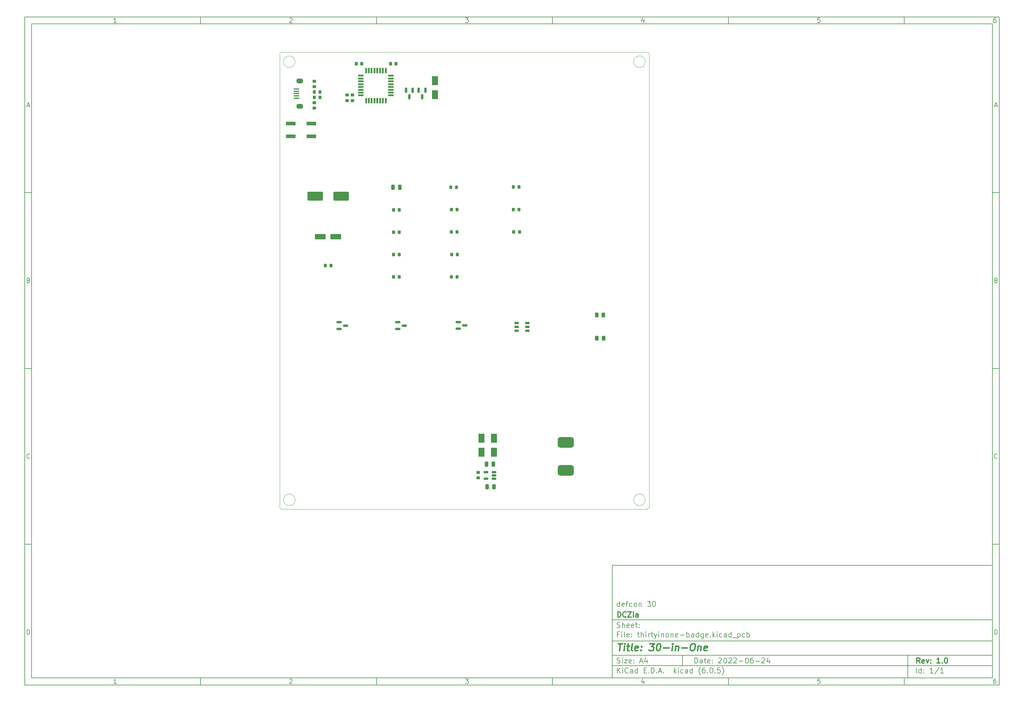
<source format=gbr>
%TF.GenerationSoftware,KiCad,Pcbnew,(6.0.5)*%
%TF.CreationDate,2022-09-10T22:43:36-06:00*%
%TF.ProjectId,thirtyinone-badge,74686972-7479-4696-9e6f-6e652d626164,1.0*%
%TF.SameCoordinates,Original*%
%TF.FileFunction,Paste,Top*%
%TF.FilePolarity,Positive*%
%FSLAX46Y46*%
G04 Gerber Fmt 4.6, Leading zero omitted, Abs format (unit mm)*
G04 Created by KiCad (PCBNEW (6.0.5)) date 2022-09-10 22:43:36*
%MOMM*%
%LPD*%
G01*
G04 APERTURE LIST*
G04 Aperture macros list*
%AMRoundRect*
0 Rectangle with rounded corners*
0 $1 Rounding radius*
0 $2 $3 $4 $5 $6 $7 $8 $9 X,Y pos of 4 corners*
0 Add a 4 corners polygon primitive as box body*
4,1,4,$2,$3,$4,$5,$6,$7,$8,$9,$2,$3,0*
0 Add four circle primitives for the rounded corners*
1,1,$1+$1,$2,$3*
1,1,$1+$1,$4,$5*
1,1,$1+$1,$6,$7*
1,1,$1+$1,$8,$9*
0 Add four rect primitives between the rounded corners*
20,1,$1+$1,$2,$3,$4,$5,0*
20,1,$1+$1,$4,$5,$6,$7,0*
20,1,$1+$1,$6,$7,$8,$9,0*
20,1,$1+$1,$8,$9,$2,$3,0*%
G04 Aperture macros list end*
%ADD10C,0.100000*%
%ADD11C,0.150000*%
%ADD12C,0.300000*%
%ADD13C,0.400000*%
%TA.AperFunction,Profile*%
%ADD14C,0.100000*%
%TD*%
%ADD15R,1.500000X0.400000*%
%ADD16O,1.950000X1.400000*%
%ADD17R,2.800000X1.000000*%
%ADD18RoundRect,0.200000X-0.200000X-0.275000X0.200000X-0.275000X0.200000X0.275000X-0.200000X0.275000X0*%
%ADD19RoundRect,0.150000X-0.150000X0.587500X-0.150000X-0.587500X0.150000X-0.587500X0.150000X0.587500X0*%
%ADD20R,0.550000X1.600000*%
%ADD21R,1.600000X0.550000*%
%ADD22RoundRect,0.225000X-0.225000X-0.250000X0.225000X-0.250000X0.225000X0.250000X-0.225000X0.250000X0*%
%ADD23RoundRect,0.225000X0.250000X-0.225000X0.250000X0.225000X-0.250000X0.225000X-0.250000X-0.225000X0*%
%ADD24RoundRect,0.250000X-1.950000X-1.000000X1.950000X-1.000000X1.950000X1.000000X-1.950000X1.000000X0*%
%ADD25R,1.800000X2.500000*%
%ADD26RoundRect,0.250000X-1.250000X-0.550000X1.250000X-0.550000X1.250000X0.550000X-1.250000X0.550000X0*%
%ADD27RoundRect,0.150000X-0.587500X-0.150000X0.587500X-0.150000X0.587500X0.150000X-0.587500X0.150000X0*%
%ADD28RoundRect,0.250000X-0.250000X-0.475000X0.250000X-0.475000X0.250000X0.475000X-0.250000X0.475000X0*%
%ADD29RoundRect,0.762000X1.524000X0.762000X-1.524000X0.762000X-1.524000X-0.762000X1.524000X-0.762000X0*%
%ADD30R,1.300000X0.700000*%
%ADD31RoundRect,0.243750X-0.243750X-0.456250X0.243750X-0.456250X0.243750X0.456250X-0.243750X0.456250X0*%
%ADD32RoundRect,0.225000X0.225000X0.250000X-0.225000X0.250000X-0.225000X-0.250000X0.225000X-0.250000X0*%
%ADD33RoundRect,0.150000X0.512500X0.150000X-0.512500X0.150000X-0.512500X-0.150000X0.512500X-0.150000X0*%
G04 APERTURE END LIST*
D10*
D11*
X177002200Y-166007200D02*
X177002200Y-198007200D01*
X285002200Y-198007200D01*
X285002200Y-166007200D01*
X177002200Y-166007200D01*
D10*
D11*
X10000000Y-10000000D02*
X10000000Y-200007200D01*
X287002200Y-200007200D01*
X287002200Y-10000000D01*
X10000000Y-10000000D01*
D10*
D11*
X12000000Y-12000000D02*
X12000000Y-198007200D01*
X285002200Y-198007200D01*
X285002200Y-12000000D01*
X12000000Y-12000000D01*
D10*
D11*
X60000000Y-12000000D02*
X60000000Y-10000000D01*
D10*
D11*
X110000000Y-12000000D02*
X110000000Y-10000000D01*
D10*
D11*
X160000000Y-12000000D02*
X160000000Y-10000000D01*
D10*
D11*
X210000000Y-12000000D02*
X210000000Y-10000000D01*
D10*
D11*
X260000000Y-12000000D02*
X260000000Y-10000000D01*
D10*
D11*
X36065476Y-11588095D02*
X35322619Y-11588095D01*
X35694047Y-11588095D02*
X35694047Y-10288095D01*
X35570238Y-10473809D01*
X35446428Y-10597619D01*
X35322619Y-10659523D01*
D10*
D11*
X85322619Y-10411904D02*
X85384523Y-10350000D01*
X85508333Y-10288095D01*
X85817857Y-10288095D01*
X85941666Y-10350000D01*
X86003571Y-10411904D01*
X86065476Y-10535714D01*
X86065476Y-10659523D01*
X86003571Y-10845238D01*
X85260714Y-11588095D01*
X86065476Y-11588095D01*
D10*
D11*
X135260714Y-10288095D02*
X136065476Y-10288095D01*
X135632142Y-10783333D01*
X135817857Y-10783333D01*
X135941666Y-10845238D01*
X136003571Y-10907142D01*
X136065476Y-11030952D01*
X136065476Y-11340476D01*
X136003571Y-11464285D01*
X135941666Y-11526190D01*
X135817857Y-11588095D01*
X135446428Y-11588095D01*
X135322619Y-11526190D01*
X135260714Y-11464285D01*
D10*
D11*
X185941666Y-10721428D02*
X185941666Y-11588095D01*
X185632142Y-10226190D02*
X185322619Y-11154761D01*
X186127380Y-11154761D01*
D10*
D11*
X236003571Y-10288095D02*
X235384523Y-10288095D01*
X235322619Y-10907142D01*
X235384523Y-10845238D01*
X235508333Y-10783333D01*
X235817857Y-10783333D01*
X235941666Y-10845238D01*
X236003571Y-10907142D01*
X236065476Y-11030952D01*
X236065476Y-11340476D01*
X236003571Y-11464285D01*
X235941666Y-11526190D01*
X235817857Y-11588095D01*
X235508333Y-11588095D01*
X235384523Y-11526190D01*
X235322619Y-11464285D01*
D10*
D11*
X285941666Y-10288095D02*
X285694047Y-10288095D01*
X285570238Y-10350000D01*
X285508333Y-10411904D01*
X285384523Y-10597619D01*
X285322619Y-10845238D01*
X285322619Y-11340476D01*
X285384523Y-11464285D01*
X285446428Y-11526190D01*
X285570238Y-11588095D01*
X285817857Y-11588095D01*
X285941666Y-11526190D01*
X286003571Y-11464285D01*
X286065476Y-11340476D01*
X286065476Y-11030952D01*
X286003571Y-10907142D01*
X285941666Y-10845238D01*
X285817857Y-10783333D01*
X285570238Y-10783333D01*
X285446428Y-10845238D01*
X285384523Y-10907142D01*
X285322619Y-11030952D01*
D10*
D11*
X60000000Y-198007200D02*
X60000000Y-200007200D01*
D10*
D11*
X110000000Y-198007200D02*
X110000000Y-200007200D01*
D10*
D11*
X160000000Y-198007200D02*
X160000000Y-200007200D01*
D10*
D11*
X210000000Y-198007200D02*
X210000000Y-200007200D01*
D10*
D11*
X260000000Y-198007200D02*
X260000000Y-200007200D01*
D10*
D11*
X36065476Y-199595295D02*
X35322619Y-199595295D01*
X35694047Y-199595295D02*
X35694047Y-198295295D01*
X35570238Y-198481009D01*
X35446428Y-198604819D01*
X35322619Y-198666723D01*
D10*
D11*
X85322619Y-198419104D02*
X85384523Y-198357200D01*
X85508333Y-198295295D01*
X85817857Y-198295295D01*
X85941666Y-198357200D01*
X86003571Y-198419104D01*
X86065476Y-198542914D01*
X86065476Y-198666723D01*
X86003571Y-198852438D01*
X85260714Y-199595295D01*
X86065476Y-199595295D01*
D10*
D11*
X135260714Y-198295295D02*
X136065476Y-198295295D01*
X135632142Y-198790533D01*
X135817857Y-198790533D01*
X135941666Y-198852438D01*
X136003571Y-198914342D01*
X136065476Y-199038152D01*
X136065476Y-199347676D01*
X136003571Y-199471485D01*
X135941666Y-199533390D01*
X135817857Y-199595295D01*
X135446428Y-199595295D01*
X135322619Y-199533390D01*
X135260714Y-199471485D01*
D10*
D11*
X185941666Y-198728628D02*
X185941666Y-199595295D01*
X185632142Y-198233390D02*
X185322619Y-199161961D01*
X186127380Y-199161961D01*
D10*
D11*
X236003571Y-198295295D02*
X235384523Y-198295295D01*
X235322619Y-198914342D01*
X235384523Y-198852438D01*
X235508333Y-198790533D01*
X235817857Y-198790533D01*
X235941666Y-198852438D01*
X236003571Y-198914342D01*
X236065476Y-199038152D01*
X236065476Y-199347676D01*
X236003571Y-199471485D01*
X235941666Y-199533390D01*
X235817857Y-199595295D01*
X235508333Y-199595295D01*
X235384523Y-199533390D01*
X235322619Y-199471485D01*
D10*
D11*
X285941666Y-198295295D02*
X285694047Y-198295295D01*
X285570238Y-198357200D01*
X285508333Y-198419104D01*
X285384523Y-198604819D01*
X285322619Y-198852438D01*
X285322619Y-199347676D01*
X285384523Y-199471485D01*
X285446428Y-199533390D01*
X285570238Y-199595295D01*
X285817857Y-199595295D01*
X285941666Y-199533390D01*
X286003571Y-199471485D01*
X286065476Y-199347676D01*
X286065476Y-199038152D01*
X286003571Y-198914342D01*
X285941666Y-198852438D01*
X285817857Y-198790533D01*
X285570238Y-198790533D01*
X285446428Y-198852438D01*
X285384523Y-198914342D01*
X285322619Y-199038152D01*
D10*
D11*
X10000000Y-60000000D02*
X12000000Y-60000000D01*
D10*
D11*
X10000000Y-110000000D02*
X12000000Y-110000000D01*
D10*
D11*
X10000000Y-160000000D02*
X12000000Y-160000000D01*
D10*
D11*
X10690476Y-35216666D02*
X11309523Y-35216666D01*
X10566666Y-35588095D02*
X11000000Y-34288095D01*
X11433333Y-35588095D01*
D10*
D11*
X11092857Y-84907142D02*
X11278571Y-84969047D01*
X11340476Y-85030952D01*
X11402380Y-85154761D01*
X11402380Y-85340476D01*
X11340476Y-85464285D01*
X11278571Y-85526190D01*
X11154761Y-85588095D01*
X10659523Y-85588095D01*
X10659523Y-84288095D01*
X11092857Y-84288095D01*
X11216666Y-84350000D01*
X11278571Y-84411904D01*
X11340476Y-84535714D01*
X11340476Y-84659523D01*
X11278571Y-84783333D01*
X11216666Y-84845238D01*
X11092857Y-84907142D01*
X10659523Y-84907142D01*
D10*
D11*
X11402380Y-135464285D02*
X11340476Y-135526190D01*
X11154761Y-135588095D01*
X11030952Y-135588095D01*
X10845238Y-135526190D01*
X10721428Y-135402380D01*
X10659523Y-135278571D01*
X10597619Y-135030952D01*
X10597619Y-134845238D01*
X10659523Y-134597619D01*
X10721428Y-134473809D01*
X10845238Y-134350000D01*
X11030952Y-134288095D01*
X11154761Y-134288095D01*
X11340476Y-134350000D01*
X11402380Y-134411904D01*
D10*
D11*
X10659523Y-185588095D02*
X10659523Y-184288095D01*
X10969047Y-184288095D01*
X11154761Y-184350000D01*
X11278571Y-184473809D01*
X11340476Y-184597619D01*
X11402380Y-184845238D01*
X11402380Y-185030952D01*
X11340476Y-185278571D01*
X11278571Y-185402380D01*
X11154761Y-185526190D01*
X10969047Y-185588095D01*
X10659523Y-185588095D01*
D10*
D11*
X287002200Y-60000000D02*
X285002200Y-60000000D01*
D10*
D11*
X287002200Y-110000000D02*
X285002200Y-110000000D01*
D10*
D11*
X287002200Y-160000000D02*
X285002200Y-160000000D01*
D10*
D11*
X285692676Y-35216666D02*
X286311723Y-35216666D01*
X285568866Y-35588095D02*
X286002200Y-34288095D01*
X286435533Y-35588095D01*
D10*
D11*
X286095057Y-84907142D02*
X286280771Y-84969047D01*
X286342676Y-85030952D01*
X286404580Y-85154761D01*
X286404580Y-85340476D01*
X286342676Y-85464285D01*
X286280771Y-85526190D01*
X286156961Y-85588095D01*
X285661723Y-85588095D01*
X285661723Y-84288095D01*
X286095057Y-84288095D01*
X286218866Y-84350000D01*
X286280771Y-84411904D01*
X286342676Y-84535714D01*
X286342676Y-84659523D01*
X286280771Y-84783333D01*
X286218866Y-84845238D01*
X286095057Y-84907142D01*
X285661723Y-84907142D01*
D10*
D11*
X286404580Y-135464285D02*
X286342676Y-135526190D01*
X286156961Y-135588095D01*
X286033152Y-135588095D01*
X285847438Y-135526190D01*
X285723628Y-135402380D01*
X285661723Y-135278571D01*
X285599819Y-135030952D01*
X285599819Y-134845238D01*
X285661723Y-134597619D01*
X285723628Y-134473809D01*
X285847438Y-134350000D01*
X286033152Y-134288095D01*
X286156961Y-134288095D01*
X286342676Y-134350000D01*
X286404580Y-134411904D01*
D10*
D11*
X285661723Y-185588095D02*
X285661723Y-184288095D01*
X285971247Y-184288095D01*
X286156961Y-184350000D01*
X286280771Y-184473809D01*
X286342676Y-184597619D01*
X286404580Y-184845238D01*
X286404580Y-185030952D01*
X286342676Y-185278571D01*
X286280771Y-185402380D01*
X286156961Y-185526190D01*
X285971247Y-185588095D01*
X285661723Y-185588095D01*
D10*
D11*
X200434342Y-193785771D02*
X200434342Y-192285771D01*
X200791485Y-192285771D01*
X201005771Y-192357200D01*
X201148628Y-192500057D01*
X201220057Y-192642914D01*
X201291485Y-192928628D01*
X201291485Y-193142914D01*
X201220057Y-193428628D01*
X201148628Y-193571485D01*
X201005771Y-193714342D01*
X200791485Y-193785771D01*
X200434342Y-193785771D01*
X202577200Y-193785771D02*
X202577200Y-193000057D01*
X202505771Y-192857200D01*
X202362914Y-192785771D01*
X202077200Y-192785771D01*
X201934342Y-192857200D01*
X202577200Y-193714342D02*
X202434342Y-193785771D01*
X202077200Y-193785771D01*
X201934342Y-193714342D01*
X201862914Y-193571485D01*
X201862914Y-193428628D01*
X201934342Y-193285771D01*
X202077200Y-193214342D01*
X202434342Y-193214342D01*
X202577200Y-193142914D01*
X203077200Y-192785771D02*
X203648628Y-192785771D01*
X203291485Y-192285771D02*
X203291485Y-193571485D01*
X203362914Y-193714342D01*
X203505771Y-193785771D01*
X203648628Y-193785771D01*
X204720057Y-193714342D02*
X204577200Y-193785771D01*
X204291485Y-193785771D01*
X204148628Y-193714342D01*
X204077200Y-193571485D01*
X204077200Y-193000057D01*
X204148628Y-192857200D01*
X204291485Y-192785771D01*
X204577200Y-192785771D01*
X204720057Y-192857200D01*
X204791485Y-193000057D01*
X204791485Y-193142914D01*
X204077200Y-193285771D01*
X205434342Y-193642914D02*
X205505771Y-193714342D01*
X205434342Y-193785771D01*
X205362914Y-193714342D01*
X205434342Y-193642914D01*
X205434342Y-193785771D01*
X205434342Y-192857200D02*
X205505771Y-192928628D01*
X205434342Y-193000057D01*
X205362914Y-192928628D01*
X205434342Y-192857200D01*
X205434342Y-193000057D01*
X207220057Y-192428628D02*
X207291485Y-192357200D01*
X207434342Y-192285771D01*
X207791485Y-192285771D01*
X207934342Y-192357200D01*
X208005771Y-192428628D01*
X208077200Y-192571485D01*
X208077200Y-192714342D01*
X208005771Y-192928628D01*
X207148628Y-193785771D01*
X208077200Y-193785771D01*
X209005771Y-192285771D02*
X209148628Y-192285771D01*
X209291485Y-192357200D01*
X209362914Y-192428628D01*
X209434342Y-192571485D01*
X209505771Y-192857200D01*
X209505771Y-193214342D01*
X209434342Y-193500057D01*
X209362914Y-193642914D01*
X209291485Y-193714342D01*
X209148628Y-193785771D01*
X209005771Y-193785771D01*
X208862914Y-193714342D01*
X208791485Y-193642914D01*
X208720057Y-193500057D01*
X208648628Y-193214342D01*
X208648628Y-192857200D01*
X208720057Y-192571485D01*
X208791485Y-192428628D01*
X208862914Y-192357200D01*
X209005771Y-192285771D01*
X210077200Y-192428628D02*
X210148628Y-192357200D01*
X210291485Y-192285771D01*
X210648628Y-192285771D01*
X210791485Y-192357200D01*
X210862914Y-192428628D01*
X210934342Y-192571485D01*
X210934342Y-192714342D01*
X210862914Y-192928628D01*
X210005771Y-193785771D01*
X210934342Y-193785771D01*
X211505771Y-192428628D02*
X211577200Y-192357200D01*
X211720057Y-192285771D01*
X212077200Y-192285771D01*
X212220057Y-192357200D01*
X212291485Y-192428628D01*
X212362914Y-192571485D01*
X212362914Y-192714342D01*
X212291485Y-192928628D01*
X211434342Y-193785771D01*
X212362914Y-193785771D01*
X213005771Y-193214342D02*
X214148628Y-193214342D01*
X215148628Y-192285771D02*
X215291485Y-192285771D01*
X215434342Y-192357200D01*
X215505771Y-192428628D01*
X215577200Y-192571485D01*
X215648628Y-192857200D01*
X215648628Y-193214342D01*
X215577200Y-193500057D01*
X215505771Y-193642914D01*
X215434342Y-193714342D01*
X215291485Y-193785771D01*
X215148628Y-193785771D01*
X215005771Y-193714342D01*
X214934342Y-193642914D01*
X214862914Y-193500057D01*
X214791485Y-193214342D01*
X214791485Y-192857200D01*
X214862914Y-192571485D01*
X214934342Y-192428628D01*
X215005771Y-192357200D01*
X215148628Y-192285771D01*
X216934342Y-192285771D02*
X216648628Y-192285771D01*
X216505771Y-192357200D01*
X216434342Y-192428628D01*
X216291485Y-192642914D01*
X216220057Y-192928628D01*
X216220057Y-193500057D01*
X216291485Y-193642914D01*
X216362914Y-193714342D01*
X216505771Y-193785771D01*
X216791485Y-193785771D01*
X216934342Y-193714342D01*
X217005771Y-193642914D01*
X217077200Y-193500057D01*
X217077200Y-193142914D01*
X217005771Y-193000057D01*
X216934342Y-192928628D01*
X216791485Y-192857200D01*
X216505771Y-192857200D01*
X216362914Y-192928628D01*
X216291485Y-193000057D01*
X216220057Y-193142914D01*
X217720057Y-193214342D02*
X218862914Y-193214342D01*
X219505771Y-192428628D02*
X219577200Y-192357200D01*
X219720057Y-192285771D01*
X220077200Y-192285771D01*
X220220057Y-192357200D01*
X220291485Y-192428628D01*
X220362914Y-192571485D01*
X220362914Y-192714342D01*
X220291485Y-192928628D01*
X219434342Y-193785771D01*
X220362914Y-193785771D01*
X221648628Y-192785771D02*
X221648628Y-193785771D01*
X221291485Y-192214342D02*
X220934342Y-193285771D01*
X221862914Y-193285771D01*
D10*
D11*
X177002200Y-194507200D02*
X285002200Y-194507200D01*
D10*
D11*
X178434342Y-196585771D02*
X178434342Y-195085771D01*
X179291485Y-196585771D02*
X178648628Y-195728628D01*
X179291485Y-195085771D02*
X178434342Y-195942914D01*
X179934342Y-196585771D02*
X179934342Y-195585771D01*
X179934342Y-195085771D02*
X179862914Y-195157200D01*
X179934342Y-195228628D01*
X180005771Y-195157200D01*
X179934342Y-195085771D01*
X179934342Y-195228628D01*
X181505771Y-196442914D02*
X181434342Y-196514342D01*
X181220057Y-196585771D01*
X181077200Y-196585771D01*
X180862914Y-196514342D01*
X180720057Y-196371485D01*
X180648628Y-196228628D01*
X180577200Y-195942914D01*
X180577200Y-195728628D01*
X180648628Y-195442914D01*
X180720057Y-195300057D01*
X180862914Y-195157200D01*
X181077200Y-195085771D01*
X181220057Y-195085771D01*
X181434342Y-195157200D01*
X181505771Y-195228628D01*
X182791485Y-196585771D02*
X182791485Y-195800057D01*
X182720057Y-195657200D01*
X182577200Y-195585771D01*
X182291485Y-195585771D01*
X182148628Y-195657200D01*
X182791485Y-196514342D02*
X182648628Y-196585771D01*
X182291485Y-196585771D01*
X182148628Y-196514342D01*
X182077200Y-196371485D01*
X182077200Y-196228628D01*
X182148628Y-196085771D01*
X182291485Y-196014342D01*
X182648628Y-196014342D01*
X182791485Y-195942914D01*
X184148628Y-196585771D02*
X184148628Y-195085771D01*
X184148628Y-196514342D02*
X184005771Y-196585771D01*
X183720057Y-196585771D01*
X183577200Y-196514342D01*
X183505771Y-196442914D01*
X183434342Y-196300057D01*
X183434342Y-195871485D01*
X183505771Y-195728628D01*
X183577200Y-195657200D01*
X183720057Y-195585771D01*
X184005771Y-195585771D01*
X184148628Y-195657200D01*
X186005771Y-195800057D02*
X186505771Y-195800057D01*
X186720057Y-196585771D02*
X186005771Y-196585771D01*
X186005771Y-195085771D01*
X186720057Y-195085771D01*
X187362914Y-196442914D02*
X187434342Y-196514342D01*
X187362914Y-196585771D01*
X187291485Y-196514342D01*
X187362914Y-196442914D01*
X187362914Y-196585771D01*
X188077200Y-196585771D02*
X188077200Y-195085771D01*
X188434342Y-195085771D01*
X188648628Y-195157200D01*
X188791485Y-195300057D01*
X188862914Y-195442914D01*
X188934342Y-195728628D01*
X188934342Y-195942914D01*
X188862914Y-196228628D01*
X188791485Y-196371485D01*
X188648628Y-196514342D01*
X188434342Y-196585771D01*
X188077200Y-196585771D01*
X189577200Y-196442914D02*
X189648628Y-196514342D01*
X189577200Y-196585771D01*
X189505771Y-196514342D01*
X189577200Y-196442914D01*
X189577200Y-196585771D01*
X190220057Y-196157200D02*
X190934342Y-196157200D01*
X190077200Y-196585771D02*
X190577200Y-195085771D01*
X191077200Y-196585771D01*
X191577200Y-196442914D02*
X191648628Y-196514342D01*
X191577200Y-196585771D01*
X191505771Y-196514342D01*
X191577200Y-196442914D01*
X191577200Y-196585771D01*
X194577200Y-196585771D02*
X194577200Y-195085771D01*
X194720057Y-196014342D02*
X195148628Y-196585771D01*
X195148628Y-195585771D02*
X194577200Y-196157200D01*
X195791485Y-196585771D02*
X195791485Y-195585771D01*
X195791485Y-195085771D02*
X195720057Y-195157200D01*
X195791485Y-195228628D01*
X195862914Y-195157200D01*
X195791485Y-195085771D01*
X195791485Y-195228628D01*
X197148628Y-196514342D02*
X197005771Y-196585771D01*
X196720057Y-196585771D01*
X196577200Y-196514342D01*
X196505771Y-196442914D01*
X196434342Y-196300057D01*
X196434342Y-195871485D01*
X196505771Y-195728628D01*
X196577200Y-195657200D01*
X196720057Y-195585771D01*
X197005771Y-195585771D01*
X197148628Y-195657200D01*
X198434342Y-196585771D02*
X198434342Y-195800057D01*
X198362914Y-195657200D01*
X198220057Y-195585771D01*
X197934342Y-195585771D01*
X197791485Y-195657200D01*
X198434342Y-196514342D02*
X198291485Y-196585771D01*
X197934342Y-196585771D01*
X197791485Y-196514342D01*
X197720057Y-196371485D01*
X197720057Y-196228628D01*
X197791485Y-196085771D01*
X197934342Y-196014342D01*
X198291485Y-196014342D01*
X198434342Y-195942914D01*
X199791485Y-196585771D02*
X199791485Y-195085771D01*
X199791485Y-196514342D02*
X199648628Y-196585771D01*
X199362914Y-196585771D01*
X199220057Y-196514342D01*
X199148628Y-196442914D01*
X199077200Y-196300057D01*
X199077200Y-195871485D01*
X199148628Y-195728628D01*
X199220057Y-195657200D01*
X199362914Y-195585771D01*
X199648628Y-195585771D01*
X199791485Y-195657200D01*
X202077200Y-197157200D02*
X202005771Y-197085771D01*
X201862914Y-196871485D01*
X201791485Y-196728628D01*
X201720057Y-196514342D01*
X201648628Y-196157200D01*
X201648628Y-195871485D01*
X201720057Y-195514342D01*
X201791485Y-195300057D01*
X201862914Y-195157200D01*
X202005771Y-194942914D01*
X202077200Y-194871485D01*
X203291485Y-195085771D02*
X203005771Y-195085771D01*
X202862914Y-195157200D01*
X202791485Y-195228628D01*
X202648628Y-195442914D01*
X202577200Y-195728628D01*
X202577200Y-196300057D01*
X202648628Y-196442914D01*
X202720057Y-196514342D01*
X202862914Y-196585771D01*
X203148628Y-196585771D01*
X203291485Y-196514342D01*
X203362914Y-196442914D01*
X203434342Y-196300057D01*
X203434342Y-195942914D01*
X203362914Y-195800057D01*
X203291485Y-195728628D01*
X203148628Y-195657200D01*
X202862914Y-195657200D01*
X202720057Y-195728628D01*
X202648628Y-195800057D01*
X202577200Y-195942914D01*
X204077200Y-196442914D02*
X204148628Y-196514342D01*
X204077200Y-196585771D01*
X204005771Y-196514342D01*
X204077200Y-196442914D01*
X204077200Y-196585771D01*
X205077200Y-195085771D02*
X205220057Y-195085771D01*
X205362914Y-195157200D01*
X205434342Y-195228628D01*
X205505771Y-195371485D01*
X205577200Y-195657200D01*
X205577200Y-196014342D01*
X205505771Y-196300057D01*
X205434342Y-196442914D01*
X205362914Y-196514342D01*
X205220057Y-196585771D01*
X205077200Y-196585771D01*
X204934342Y-196514342D01*
X204862914Y-196442914D01*
X204791485Y-196300057D01*
X204720057Y-196014342D01*
X204720057Y-195657200D01*
X204791485Y-195371485D01*
X204862914Y-195228628D01*
X204934342Y-195157200D01*
X205077200Y-195085771D01*
X206220057Y-196442914D02*
X206291485Y-196514342D01*
X206220057Y-196585771D01*
X206148628Y-196514342D01*
X206220057Y-196442914D01*
X206220057Y-196585771D01*
X207648628Y-195085771D02*
X206934342Y-195085771D01*
X206862914Y-195800057D01*
X206934342Y-195728628D01*
X207077200Y-195657200D01*
X207434342Y-195657200D01*
X207577200Y-195728628D01*
X207648628Y-195800057D01*
X207720057Y-195942914D01*
X207720057Y-196300057D01*
X207648628Y-196442914D01*
X207577200Y-196514342D01*
X207434342Y-196585771D01*
X207077200Y-196585771D01*
X206934342Y-196514342D01*
X206862914Y-196442914D01*
X208220057Y-197157200D02*
X208291485Y-197085771D01*
X208434342Y-196871485D01*
X208505771Y-196728628D01*
X208577200Y-196514342D01*
X208648628Y-196157200D01*
X208648628Y-195871485D01*
X208577200Y-195514342D01*
X208505771Y-195300057D01*
X208434342Y-195157200D01*
X208291485Y-194942914D01*
X208220057Y-194871485D01*
D10*
D11*
X177002200Y-191507200D02*
X285002200Y-191507200D01*
D10*
D12*
X264411485Y-193785771D02*
X263911485Y-193071485D01*
X263554342Y-193785771D02*
X263554342Y-192285771D01*
X264125771Y-192285771D01*
X264268628Y-192357200D01*
X264340057Y-192428628D01*
X264411485Y-192571485D01*
X264411485Y-192785771D01*
X264340057Y-192928628D01*
X264268628Y-193000057D01*
X264125771Y-193071485D01*
X263554342Y-193071485D01*
X265625771Y-193714342D02*
X265482914Y-193785771D01*
X265197200Y-193785771D01*
X265054342Y-193714342D01*
X264982914Y-193571485D01*
X264982914Y-193000057D01*
X265054342Y-192857200D01*
X265197200Y-192785771D01*
X265482914Y-192785771D01*
X265625771Y-192857200D01*
X265697200Y-193000057D01*
X265697200Y-193142914D01*
X264982914Y-193285771D01*
X266197200Y-192785771D02*
X266554342Y-193785771D01*
X266911485Y-192785771D01*
X267482914Y-193642914D02*
X267554342Y-193714342D01*
X267482914Y-193785771D01*
X267411485Y-193714342D01*
X267482914Y-193642914D01*
X267482914Y-193785771D01*
X267482914Y-192857200D02*
X267554342Y-192928628D01*
X267482914Y-193000057D01*
X267411485Y-192928628D01*
X267482914Y-192857200D01*
X267482914Y-193000057D01*
X270125771Y-193785771D02*
X269268628Y-193785771D01*
X269697200Y-193785771D02*
X269697200Y-192285771D01*
X269554342Y-192500057D01*
X269411485Y-192642914D01*
X269268628Y-192714342D01*
X270768628Y-193642914D02*
X270840057Y-193714342D01*
X270768628Y-193785771D01*
X270697200Y-193714342D01*
X270768628Y-193642914D01*
X270768628Y-193785771D01*
X271768628Y-192285771D02*
X271911485Y-192285771D01*
X272054342Y-192357200D01*
X272125771Y-192428628D01*
X272197200Y-192571485D01*
X272268628Y-192857200D01*
X272268628Y-193214342D01*
X272197200Y-193500057D01*
X272125771Y-193642914D01*
X272054342Y-193714342D01*
X271911485Y-193785771D01*
X271768628Y-193785771D01*
X271625771Y-193714342D01*
X271554342Y-193642914D01*
X271482914Y-193500057D01*
X271411485Y-193214342D01*
X271411485Y-192857200D01*
X271482914Y-192571485D01*
X271554342Y-192428628D01*
X271625771Y-192357200D01*
X271768628Y-192285771D01*
D10*
D11*
X178362914Y-193714342D02*
X178577200Y-193785771D01*
X178934342Y-193785771D01*
X179077200Y-193714342D01*
X179148628Y-193642914D01*
X179220057Y-193500057D01*
X179220057Y-193357200D01*
X179148628Y-193214342D01*
X179077200Y-193142914D01*
X178934342Y-193071485D01*
X178648628Y-193000057D01*
X178505771Y-192928628D01*
X178434342Y-192857200D01*
X178362914Y-192714342D01*
X178362914Y-192571485D01*
X178434342Y-192428628D01*
X178505771Y-192357200D01*
X178648628Y-192285771D01*
X179005771Y-192285771D01*
X179220057Y-192357200D01*
X179862914Y-193785771D02*
X179862914Y-192785771D01*
X179862914Y-192285771D02*
X179791485Y-192357200D01*
X179862914Y-192428628D01*
X179934342Y-192357200D01*
X179862914Y-192285771D01*
X179862914Y-192428628D01*
X180434342Y-192785771D02*
X181220057Y-192785771D01*
X180434342Y-193785771D01*
X181220057Y-193785771D01*
X182362914Y-193714342D02*
X182220057Y-193785771D01*
X181934342Y-193785771D01*
X181791485Y-193714342D01*
X181720057Y-193571485D01*
X181720057Y-193000057D01*
X181791485Y-192857200D01*
X181934342Y-192785771D01*
X182220057Y-192785771D01*
X182362914Y-192857200D01*
X182434342Y-193000057D01*
X182434342Y-193142914D01*
X181720057Y-193285771D01*
X183077200Y-193642914D02*
X183148628Y-193714342D01*
X183077200Y-193785771D01*
X183005771Y-193714342D01*
X183077200Y-193642914D01*
X183077200Y-193785771D01*
X183077200Y-192857200D02*
X183148628Y-192928628D01*
X183077200Y-193000057D01*
X183005771Y-192928628D01*
X183077200Y-192857200D01*
X183077200Y-193000057D01*
X184862914Y-193357200D02*
X185577200Y-193357200D01*
X184720057Y-193785771D02*
X185220057Y-192285771D01*
X185720057Y-193785771D01*
X186862914Y-192785771D02*
X186862914Y-193785771D01*
X186505771Y-192214342D02*
X186148628Y-193285771D01*
X187077200Y-193285771D01*
D10*
D11*
X263434342Y-196585771D02*
X263434342Y-195085771D01*
X264791485Y-196585771D02*
X264791485Y-195085771D01*
X264791485Y-196514342D02*
X264648628Y-196585771D01*
X264362914Y-196585771D01*
X264220057Y-196514342D01*
X264148628Y-196442914D01*
X264077200Y-196300057D01*
X264077200Y-195871485D01*
X264148628Y-195728628D01*
X264220057Y-195657200D01*
X264362914Y-195585771D01*
X264648628Y-195585771D01*
X264791485Y-195657200D01*
X265505771Y-196442914D02*
X265577200Y-196514342D01*
X265505771Y-196585771D01*
X265434342Y-196514342D01*
X265505771Y-196442914D01*
X265505771Y-196585771D01*
X265505771Y-195657200D02*
X265577200Y-195728628D01*
X265505771Y-195800057D01*
X265434342Y-195728628D01*
X265505771Y-195657200D01*
X265505771Y-195800057D01*
X268148628Y-196585771D02*
X267291485Y-196585771D01*
X267720057Y-196585771D02*
X267720057Y-195085771D01*
X267577200Y-195300057D01*
X267434342Y-195442914D01*
X267291485Y-195514342D01*
X269862914Y-195014342D02*
X268577200Y-196942914D01*
X271148628Y-196585771D02*
X270291485Y-196585771D01*
X270720057Y-196585771D02*
X270720057Y-195085771D01*
X270577200Y-195300057D01*
X270434342Y-195442914D01*
X270291485Y-195514342D01*
D10*
D11*
X177002200Y-187507200D02*
X285002200Y-187507200D01*
D10*
D13*
X178714580Y-188211961D02*
X179857438Y-188211961D01*
X179036009Y-190211961D02*
X179286009Y-188211961D01*
X180274104Y-190211961D02*
X180440771Y-188878628D01*
X180524104Y-188211961D02*
X180416961Y-188307200D01*
X180500295Y-188402438D01*
X180607438Y-188307200D01*
X180524104Y-188211961D01*
X180500295Y-188402438D01*
X181107438Y-188878628D02*
X181869342Y-188878628D01*
X181476485Y-188211961D02*
X181262200Y-189926247D01*
X181333628Y-190116723D01*
X181512200Y-190211961D01*
X181702676Y-190211961D01*
X182655057Y-190211961D02*
X182476485Y-190116723D01*
X182405057Y-189926247D01*
X182619342Y-188211961D01*
X184190771Y-190116723D02*
X183988390Y-190211961D01*
X183607438Y-190211961D01*
X183428866Y-190116723D01*
X183357438Y-189926247D01*
X183452676Y-189164342D01*
X183571723Y-188973866D01*
X183774104Y-188878628D01*
X184155057Y-188878628D01*
X184333628Y-188973866D01*
X184405057Y-189164342D01*
X184381247Y-189354819D01*
X183405057Y-189545295D01*
X185155057Y-190021485D02*
X185238390Y-190116723D01*
X185131247Y-190211961D01*
X185047914Y-190116723D01*
X185155057Y-190021485D01*
X185131247Y-190211961D01*
X185286009Y-188973866D02*
X185369342Y-189069104D01*
X185262200Y-189164342D01*
X185178866Y-189069104D01*
X185286009Y-188973866D01*
X185262200Y-189164342D01*
X187666961Y-188211961D02*
X188905057Y-188211961D01*
X188143152Y-188973866D01*
X188428866Y-188973866D01*
X188607438Y-189069104D01*
X188690771Y-189164342D01*
X188762200Y-189354819D01*
X188702676Y-189831009D01*
X188583628Y-190021485D01*
X188476485Y-190116723D01*
X188274104Y-190211961D01*
X187702676Y-190211961D01*
X187524104Y-190116723D01*
X187440771Y-190021485D01*
X190143152Y-188211961D02*
X190333628Y-188211961D01*
X190512200Y-188307200D01*
X190595533Y-188402438D01*
X190666961Y-188592914D01*
X190714580Y-188973866D01*
X190655057Y-189450057D01*
X190512200Y-189831009D01*
X190393152Y-190021485D01*
X190286009Y-190116723D01*
X190083628Y-190211961D01*
X189893152Y-190211961D01*
X189714580Y-190116723D01*
X189631247Y-190021485D01*
X189559819Y-189831009D01*
X189512200Y-189450057D01*
X189571723Y-188973866D01*
X189714580Y-188592914D01*
X189833628Y-188402438D01*
X189940771Y-188307200D01*
X190143152Y-188211961D01*
X191512200Y-189450057D02*
X193036009Y-189450057D01*
X193893152Y-190211961D02*
X194059819Y-188878628D01*
X194143152Y-188211961D02*
X194036009Y-188307200D01*
X194119342Y-188402438D01*
X194226485Y-188307200D01*
X194143152Y-188211961D01*
X194119342Y-188402438D01*
X195012200Y-188878628D02*
X194845533Y-190211961D01*
X194988390Y-189069104D02*
X195095533Y-188973866D01*
X195297914Y-188878628D01*
X195583628Y-188878628D01*
X195762200Y-188973866D01*
X195833628Y-189164342D01*
X195702676Y-190211961D01*
X196750295Y-189450057D02*
X198274104Y-189450057D01*
X199762200Y-188211961D02*
X200143152Y-188211961D01*
X200321723Y-188307200D01*
X200488390Y-188497676D01*
X200536009Y-188878628D01*
X200452676Y-189545295D01*
X200309819Y-189926247D01*
X200095533Y-190116723D01*
X199893152Y-190211961D01*
X199512200Y-190211961D01*
X199333628Y-190116723D01*
X199166961Y-189926247D01*
X199119342Y-189545295D01*
X199202676Y-188878628D01*
X199345533Y-188497676D01*
X199559819Y-188307200D01*
X199762200Y-188211961D01*
X201393152Y-188878628D02*
X201226485Y-190211961D01*
X201369342Y-189069104D02*
X201476485Y-188973866D01*
X201678866Y-188878628D01*
X201964580Y-188878628D01*
X202143152Y-188973866D01*
X202214580Y-189164342D01*
X202083628Y-190211961D01*
X203809819Y-190116723D02*
X203607438Y-190211961D01*
X203226485Y-190211961D01*
X203047914Y-190116723D01*
X202976485Y-189926247D01*
X203071723Y-189164342D01*
X203190771Y-188973866D01*
X203393152Y-188878628D01*
X203774104Y-188878628D01*
X203952676Y-188973866D01*
X204024104Y-189164342D01*
X204000295Y-189354819D01*
X203024104Y-189545295D01*
D10*
D11*
X178934342Y-185600057D02*
X178434342Y-185600057D01*
X178434342Y-186385771D02*
X178434342Y-184885771D01*
X179148628Y-184885771D01*
X179720057Y-186385771D02*
X179720057Y-185385771D01*
X179720057Y-184885771D02*
X179648628Y-184957200D01*
X179720057Y-185028628D01*
X179791485Y-184957200D01*
X179720057Y-184885771D01*
X179720057Y-185028628D01*
X180648628Y-186385771D02*
X180505771Y-186314342D01*
X180434342Y-186171485D01*
X180434342Y-184885771D01*
X181791485Y-186314342D02*
X181648628Y-186385771D01*
X181362914Y-186385771D01*
X181220057Y-186314342D01*
X181148628Y-186171485D01*
X181148628Y-185600057D01*
X181220057Y-185457200D01*
X181362914Y-185385771D01*
X181648628Y-185385771D01*
X181791485Y-185457200D01*
X181862914Y-185600057D01*
X181862914Y-185742914D01*
X181148628Y-185885771D01*
X182505771Y-186242914D02*
X182577200Y-186314342D01*
X182505771Y-186385771D01*
X182434342Y-186314342D01*
X182505771Y-186242914D01*
X182505771Y-186385771D01*
X182505771Y-185457200D02*
X182577200Y-185528628D01*
X182505771Y-185600057D01*
X182434342Y-185528628D01*
X182505771Y-185457200D01*
X182505771Y-185600057D01*
X184148628Y-185385771D02*
X184720057Y-185385771D01*
X184362914Y-184885771D02*
X184362914Y-186171485D01*
X184434342Y-186314342D01*
X184577200Y-186385771D01*
X184720057Y-186385771D01*
X185220057Y-186385771D02*
X185220057Y-184885771D01*
X185862914Y-186385771D02*
X185862914Y-185600057D01*
X185791485Y-185457200D01*
X185648628Y-185385771D01*
X185434342Y-185385771D01*
X185291485Y-185457200D01*
X185220057Y-185528628D01*
X186577200Y-186385771D02*
X186577200Y-185385771D01*
X186577200Y-184885771D02*
X186505771Y-184957200D01*
X186577200Y-185028628D01*
X186648628Y-184957200D01*
X186577200Y-184885771D01*
X186577200Y-185028628D01*
X187291485Y-186385771D02*
X187291485Y-185385771D01*
X187291485Y-185671485D02*
X187362914Y-185528628D01*
X187434342Y-185457200D01*
X187577200Y-185385771D01*
X187720057Y-185385771D01*
X188005771Y-185385771D02*
X188577200Y-185385771D01*
X188220057Y-184885771D02*
X188220057Y-186171485D01*
X188291485Y-186314342D01*
X188434342Y-186385771D01*
X188577200Y-186385771D01*
X188934342Y-185385771D02*
X189291485Y-186385771D01*
X189648628Y-185385771D02*
X189291485Y-186385771D01*
X189148628Y-186742914D01*
X189077200Y-186814342D01*
X188934342Y-186885771D01*
X190220057Y-186385771D02*
X190220057Y-185385771D01*
X190220057Y-184885771D02*
X190148628Y-184957200D01*
X190220057Y-185028628D01*
X190291485Y-184957200D01*
X190220057Y-184885771D01*
X190220057Y-185028628D01*
X190934342Y-185385771D02*
X190934342Y-186385771D01*
X190934342Y-185528628D02*
X191005771Y-185457200D01*
X191148628Y-185385771D01*
X191362914Y-185385771D01*
X191505771Y-185457200D01*
X191577200Y-185600057D01*
X191577200Y-186385771D01*
X192505771Y-186385771D02*
X192362914Y-186314342D01*
X192291485Y-186242914D01*
X192220057Y-186100057D01*
X192220057Y-185671485D01*
X192291485Y-185528628D01*
X192362914Y-185457200D01*
X192505771Y-185385771D01*
X192720057Y-185385771D01*
X192862914Y-185457200D01*
X192934342Y-185528628D01*
X193005771Y-185671485D01*
X193005771Y-186100057D01*
X192934342Y-186242914D01*
X192862914Y-186314342D01*
X192720057Y-186385771D01*
X192505771Y-186385771D01*
X193648628Y-185385771D02*
X193648628Y-186385771D01*
X193648628Y-185528628D02*
X193720057Y-185457200D01*
X193862914Y-185385771D01*
X194077200Y-185385771D01*
X194220057Y-185457200D01*
X194291485Y-185600057D01*
X194291485Y-186385771D01*
X195577200Y-186314342D02*
X195434342Y-186385771D01*
X195148628Y-186385771D01*
X195005771Y-186314342D01*
X194934342Y-186171485D01*
X194934342Y-185600057D01*
X195005771Y-185457200D01*
X195148628Y-185385771D01*
X195434342Y-185385771D01*
X195577200Y-185457200D01*
X195648628Y-185600057D01*
X195648628Y-185742914D01*
X194934342Y-185885771D01*
X196291485Y-185814342D02*
X197434342Y-185814342D01*
X198148628Y-186385771D02*
X198148628Y-184885771D01*
X198148628Y-185457200D02*
X198291485Y-185385771D01*
X198577200Y-185385771D01*
X198720057Y-185457200D01*
X198791485Y-185528628D01*
X198862914Y-185671485D01*
X198862914Y-186100057D01*
X198791485Y-186242914D01*
X198720057Y-186314342D01*
X198577200Y-186385771D01*
X198291485Y-186385771D01*
X198148628Y-186314342D01*
X200148628Y-186385771D02*
X200148628Y-185600057D01*
X200077200Y-185457200D01*
X199934342Y-185385771D01*
X199648628Y-185385771D01*
X199505771Y-185457200D01*
X200148628Y-186314342D02*
X200005771Y-186385771D01*
X199648628Y-186385771D01*
X199505771Y-186314342D01*
X199434342Y-186171485D01*
X199434342Y-186028628D01*
X199505771Y-185885771D01*
X199648628Y-185814342D01*
X200005771Y-185814342D01*
X200148628Y-185742914D01*
X201505771Y-186385771D02*
X201505771Y-184885771D01*
X201505771Y-186314342D02*
X201362914Y-186385771D01*
X201077200Y-186385771D01*
X200934342Y-186314342D01*
X200862914Y-186242914D01*
X200791485Y-186100057D01*
X200791485Y-185671485D01*
X200862914Y-185528628D01*
X200934342Y-185457200D01*
X201077200Y-185385771D01*
X201362914Y-185385771D01*
X201505771Y-185457200D01*
X202862914Y-185385771D02*
X202862914Y-186600057D01*
X202791485Y-186742914D01*
X202720057Y-186814342D01*
X202577200Y-186885771D01*
X202362914Y-186885771D01*
X202220057Y-186814342D01*
X202862914Y-186314342D02*
X202720057Y-186385771D01*
X202434342Y-186385771D01*
X202291485Y-186314342D01*
X202220057Y-186242914D01*
X202148628Y-186100057D01*
X202148628Y-185671485D01*
X202220057Y-185528628D01*
X202291485Y-185457200D01*
X202434342Y-185385771D01*
X202720057Y-185385771D01*
X202862914Y-185457200D01*
X204148628Y-186314342D02*
X204005771Y-186385771D01*
X203720057Y-186385771D01*
X203577200Y-186314342D01*
X203505771Y-186171485D01*
X203505771Y-185600057D01*
X203577200Y-185457200D01*
X203720057Y-185385771D01*
X204005771Y-185385771D01*
X204148628Y-185457200D01*
X204220057Y-185600057D01*
X204220057Y-185742914D01*
X203505771Y-185885771D01*
X204862914Y-186242914D02*
X204934342Y-186314342D01*
X204862914Y-186385771D01*
X204791485Y-186314342D01*
X204862914Y-186242914D01*
X204862914Y-186385771D01*
X205577200Y-186385771D02*
X205577200Y-184885771D01*
X205720057Y-185814342D02*
X206148628Y-186385771D01*
X206148628Y-185385771D02*
X205577200Y-185957200D01*
X206791485Y-186385771D02*
X206791485Y-185385771D01*
X206791485Y-184885771D02*
X206720057Y-184957200D01*
X206791485Y-185028628D01*
X206862914Y-184957200D01*
X206791485Y-184885771D01*
X206791485Y-185028628D01*
X208148628Y-186314342D02*
X208005771Y-186385771D01*
X207720057Y-186385771D01*
X207577200Y-186314342D01*
X207505771Y-186242914D01*
X207434342Y-186100057D01*
X207434342Y-185671485D01*
X207505771Y-185528628D01*
X207577200Y-185457200D01*
X207720057Y-185385771D01*
X208005771Y-185385771D01*
X208148628Y-185457200D01*
X209434342Y-186385771D02*
X209434342Y-185600057D01*
X209362914Y-185457200D01*
X209220057Y-185385771D01*
X208934342Y-185385771D01*
X208791485Y-185457200D01*
X209434342Y-186314342D02*
X209291485Y-186385771D01*
X208934342Y-186385771D01*
X208791485Y-186314342D01*
X208720057Y-186171485D01*
X208720057Y-186028628D01*
X208791485Y-185885771D01*
X208934342Y-185814342D01*
X209291485Y-185814342D01*
X209434342Y-185742914D01*
X210791485Y-186385771D02*
X210791485Y-184885771D01*
X210791485Y-186314342D02*
X210648628Y-186385771D01*
X210362914Y-186385771D01*
X210220057Y-186314342D01*
X210148628Y-186242914D01*
X210077200Y-186100057D01*
X210077200Y-185671485D01*
X210148628Y-185528628D01*
X210220057Y-185457200D01*
X210362914Y-185385771D01*
X210648628Y-185385771D01*
X210791485Y-185457200D01*
X211148628Y-186528628D02*
X212291485Y-186528628D01*
X212648628Y-185385771D02*
X212648628Y-186885771D01*
X212648628Y-185457200D02*
X212791485Y-185385771D01*
X213077200Y-185385771D01*
X213220057Y-185457200D01*
X213291485Y-185528628D01*
X213362914Y-185671485D01*
X213362914Y-186100057D01*
X213291485Y-186242914D01*
X213220057Y-186314342D01*
X213077200Y-186385771D01*
X212791485Y-186385771D01*
X212648628Y-186314342D01*
X214648628Y-186314342D02*
X214505771Y-186385771D01*
X214220057Y-186385771D01*
X214077200Y-186314342D01*
X214005771Y-186242914D01*
X213934342Y-186100057D01*
X213934342Y-185671485D01*
X214005771Y-185528628D01*
X214077200Y-185457200D01*
X214220057Y-185385771D01*
X214505771Y-185385771D01*
X214648628Y-185457200D01*
X215291485Y-186385771D02*
X215291485Y-184885771D01*
X215291485Y-185457200D02*
X215434342Y-185385771D01*
X215720057Y-185385771D01*
X215862914Y-185457200D01*
X215934342Y-185528628D01*
X216005771Y-185671485D01*
X216005771Y-186100057D01*
X215934342Y-186242914D01*
X215862914Y-186314342D01*
X215720057Y-186385771D01*
X215434342Y-186385771D01*
X215291485Y-186314342D01*
D10*
D11*
X177002200Y-181507200D02*
X285002200Y-181507200D01*
D10*
D11*
X178362914Y-183614342D02*
X178577200Y-183685771D01*
X178934342Y-183685771D01*
X179077200Y-183614342D01*
X179148628Y-183542914D01*
X179220057Y-183400057D01*
X179220057Y-183257200D01*
X179148628Y-183114342D01*
X179077200Y-183042914D01*
X178934342Y-182971485D01*
X178648628Y-182900057D01*
X178505771Y-182828628D01*
X178434342Y-182757200D01*
X178362914Y-182614342D01*
X178362914Y-182471485D01*
X178434342Y-182328628D01*
X178505771Y-182257200D01*
X178648628Y-182185771D01*
X179005771Y-182185771D01*
X179220057Y-182257200D01*
X179862914Y-183685771D02*
X179862914Y-182185771D01*
X180505771Y-183685771D02*
X180505771Y-182900057D01*
X180434342Y-182757200D01*
X180291485Y-182685771D01*
X180077200Y-182685771D01*
X179934342Y-182757200D01*
X179862914Y-182828628D01*
X181791485Y-183614342D02*
X181648628Y-183685771D01*
X181362914Y-183685771D01*
X181220057Y-183614342D01*
X181148628Y-183471485D01*
X181148628Y-182900057D01*
X181220057Y-182757200D01*
X181362914Y-182685771D01*
X181648628Y-182685771D01*
X181791485Y-182757200D01*
X181862914Y-182900057D01*
X181862914Y-183042914D01*
X181148628Y-183185771D01*
X183077200Y-183614342D02*
X182934342Y-183685771D01*
X182648628Y-183685771D01*
X182505771Y-183614342D01*
X182434342Y-183471485D01*
X182434342Y-182900057D01*
X182505771Y-182757200D01*
X182648628Y-182685771D01*
X182934342Y-182685771D01*
X183077200Y-182757200D01*
X183148628Y-182900057D01*
X183148628Y-183042914D01*
X182434342Y-183185771D01*
X183577200Y-182685771D02*
X184148628Y-182685771D01*
X183791485Y-182185771D02*
X183791485Y-183471485D01*
X183862914Y-183614342D01*
X184005771Y-183685771D01*
X184148628Y-183685771D01*
X184648628Y-183542914D02*
X184720057Y-183614342D01*
X184648628Y-183685771D01*
X184577200Y-183614342D01*
X184648628Y-183542914D01*
X184648628Y-183685771D01*
X184648628Y-182757200D02*
X184720057Y-182828628D01*
X184648628Y-182900057D01*
X184577200Y-182828628D01*
X184648628Y-182757200D01*
X184648628Y-182900057D01*
D10*
D12*
X178554342Y-180685771D02*
X178554342Y-179185771D01*
X178911485Y-179185771D01*
X179125771Y-179257200D01*
X179268628Y-179400057D01*
X179340057Y-179542914D01*
X179411485Y-179828628D01*
X179411485Y-180042914D01*
X179340057Y-180328628D01*
X179268628Y-180471485D01*
X179125771Y-180614342D01*
X178911485Y-180685771D01*
X178554342Y-180685771D01*
X180911485Y-180542914D02*
X180840057Y-180614342D01*
X180625771Y-180685771D01*
X180482914Y-180685771D01*
X180268628Y-180614342D01*
X180125771Y-180471485D01*
X180054342Y-180328628D01*
X179982914Y-180042914D01*
X179982914Y-179828628D01*
X180054342Y-179542914D01*
X180125771Y-179400057D01*
X180268628Y-179257200D01*
X180482914Y-179185771D01*
X180625771Y-179185771D01*
X180840057Y-179257200D01*
X180911485Y-179328628D01*
X181411485Y-179185771D02*
X182411485Y-179185771D01*
X181411485Y-180685771D01*
X182411485Y-180685771D01*
X182982914Y-180685771D02*
X182982914Y-179685771D01*
X182982914Y-179185771D02*
X182911485Y-179257200D01*
X182982914Y-179328628D01*
X183054342Y-179257200D01*
X182982914Y-179185771D01*
X182982914Y-179328628D01*
X184340057Y-180685771D02*
X184340057Y-179900057D01*
X184268628Y-179757200D01*
X184125771Y-179685771D01*
X183840057Y-179685771D01*
X183697200Y-179757200D01*
X184340057Y-180614342D02*
X184197200Y-180685771D01*
X183840057Y-180685771D01*
X183697200Y-180614342D01*
X183625771Y-180471485D01*
X183625771Y-180328628D01*
X183697200Y-180185771D01*
X183840057Y-180114342D01*
X184197200Y-180114342D01*
X184340057Y-180042914D01*
D10*
D11*
X179077200Y-177685771D02*
X179077200Y-176185771D01*
X179077200Y-177614342D02*
X178934342Y-177685771D01*
X178648628Y-177685771D01*
X178505771Y-177614342D01*
X178434342Y-177542914D01*
X178362914Y-177400057D01*
X178362914Y-176971485D01*
X178434342Y-176828628D01*
X178505771Y-176757200D01*
X178648628Y-176685771D01*
X178934342Y-176685771D01*
X179077200Y-176757200D01*
X180362914Y-177614342D02*
X180220057Y-177685771D01*
X179934342Y-177685771D01*
X179791485Y-177614342D01*
X179720057Y-177471485D01*
X179720057Y-176900057D01*
X179791485Y-176757200D01*
X179934342Y-176685771D01*
X180220057Y-176685771D01*
X180362914Y-176757200D01*
X180434342Y-176900057D01*
X180434342Y-177042914D01*
X179720057Y-177185771D01*
X180862914Y-176685771D02*
X181434342Y-176685771D01*
X181077200Y-177685771D02*
X181077200Y-176400057D01*
X181148628Y-176257200D01*
X181291485Y-176185771D01*
X181434342Y-176185771D01*
X182577200Y-177614342D02*
X182434342Y-177685771D01*
X182148628Y-177685771D01*
X182005771Y-177614342D01*
X181934342Y-177542914D01*
X181862914Y-177400057D01*
X181862914Y-176971485D01*
X181934342Y-176828628D01*
X182005771Y-176757200D01*
X182148628Y-176685771D01*
X182434342Y-176685771D01*
X182577200Y-176757200D01*
X183434342Y-177685771D02*
X183291485Y-177614342D01*
X183220057Y-177542914D01*
X183148628Y-177400057D01*
X183148628Y-176971485D01*
X183220057Y-176828628D01*
X183291485Y-176757200D01*
X183434342Y-176685771D01*
X183648628Y-176685771D01*
X183791485Y-176757200D01*
X183862914Y-176828628D01*
X183934342Y-176971485D01*
X183934342Y-177400057D01*
X183862914Y-177542914D01*
X183791485Y-177614342D01*
X183648628Y-177685771D01*
X183434342Y-177685771D01*
X184577200Y-176685771D02*
X184577200Y-177685771D01*
X184577200Y-176828628D02*
X184648628Y-176757200D01*
X184791485Y-176685771D01*
X185005771Y-176685771D01*
X185148628Y-176757200D01*
X185220057Y-176900057D01*
X185220057Y-177685771D01*
X186934342Y-176185771D02*
X187862914Y-176185771D01*
X187362914Y-176757200D01*
X187577200Y-176757200D01*
X187720057Y-176828628D01*
X187791485Y-176900057D01*
X187862914Y-177042914D01*
X187862914Y-177400057D01*
X187791485Y-177542914D01*
X187720057Y-177614342D01*
X187577200Y-177685771D01*
X187148628Y-177685771D01*
X187005771Y-177614342D01*
X186934342Y-177542914D01*
X188791485Y-176185771D02*
X188934342Y-176185771D01*
X189077200Y-176257200D01*
X189148628Y-176328628D01*
X189220057Y-176471485D01*
X189291485Y-176757200D01*
X189291485Y-177114342D01*
X189220057Y-177400057D01*
X189148628Y-177542914D01*
X189077200Y-177614342D01*
X188934342Y-177685771D01*
X188791485Y-177685771D01*
X188648628Y-177614342D01*
X188577200Y-177542914D01*
X188505771Y-177400057D01*
X188434342Y-177114342D01*
X188434342Y-176757200D01*
X188505771Y-176471485D01*
X188577200Y-176328628D01*
X188648628Y-176257200D01*
X188791485Y-176185771D01*
D10*
D11*
D10*
D11*
D10*
D11*
D10*
D11*
X197002200Y-191507200D02*
X197002200Y-194507200D01*
D10*
D11*
X261002200Y-191507200D02*
X261002200Y-198007200D01*
D14*
X187456143Y-139425773D02*
X187456143Y-149425299D01*
X83036993Y-19994943D02*
G75*
G03*
X82456992Y-20564526I-7993J-571957D01*
G01*
X86851195Y-147330000D02*
G75*
G03*
X86851195Y-147330000I-1651195J0D01*
G01*
X186873764Y-149995299D02*
X83026984Y-149993984D01*
X82456600Y-149411608D02*
G75*
G03*
X83026984Y-149993984I562600J-19492D01*
G01*
X86851187Y-22743200D02*
G75*
G03*
X86851187Y-22743200I-1651195J0D01*
G01*
X187456992Y-20575000D02*
X187456143Y-139425773D01*
X83036992Y-19995000D02*
X186886992Y-19995000D01*
X82456510Y-149411605D02*
X82456992Y-20564526D01*
X186873762Y-149995356D02*
G75*
G03*
X187456143Y-149425299I19438J562656D01*
G01*
X187456946Y-20574998D02*
G75*
G03*
X186886992Y-19995000I-560346J19398D01*
G01*
X186389987Y-22717800D02*
G75*
G03*
X186389987Y-22717800I-1651195J0D01*
G01*
X186391195Y-147330000D02*
G75*
G03*
X186391195Y-147330000I-1651195J0D01*
G01*
D15*
%TO.C,J4*%
X87275000Y-33110000D03*
X87275000Y-32460000D03*
X87275000Y-31810000D03*
X87275000Y-31160000D03*
X87275000Y-30510000D03*
D16*
X88165000Y-35385000D03*
X88165000Y-28235000D03*
%TD*%
D17*
%TO.C,BOOT1*%
X85660000Y-40360000D03*
X91460000Y-40360000D03*
X85660000Y-43960000D03*
X91460000Y-43960000D03*
%TD*%
D18*
%TO.C,R1*%
X92285000Y-31340000D03*
X93935000Y-31340000D03*
%TD*%
D19*
%TO.C,D4*%
X120270000Y-30832500D03*
X118370000Y-30832500D03*
X119320000Y-32707500D03*
%TD*%
%TO.C,D3*%
X123890000Y-30832500D03*
X121990000Y-30832500D03*
X122940000Y-32707500D03*
%TD*%
D20*
%TO.C,U2*%
X107012592Y-25275000D03*
X107812592Y-25275000D03*
X108612592Y-25275000D03*
X109412592Y-25275000D03*
X110212592Y-25275000D03*
X111012592Y-25275000D03*
X111812592Y-25275000D03*
X112612592Y-25275000D03*
D21*
X114062592Y-26725000D03*
X114062592Y-27525000D03*
X114062592Y-28325000D03*
X114062592Y-29125000D03*
X114062592Y-29925000D03*
X114062592Y-30725000D03*
X114062592Y-31525000D03*
X114062592Y-32325000D03*
D20*
X112612592Y-33775000D03*
X111812592Y-33775000D03*
X111012592Y-33775000D03*
X110212592Y-33775000D03*
X109412592Y-33775000D03*
X108612592Y-33775000D03*
X107812592Y-33775000D03*
X107012592Y-33775000D03*
D21*
X105562592Y-32325000D03*
X105562592Y-31525000D03*
X105562592Y-30725000D03*
X105562592Y-29925000D03*
X105562592Y-29125000D03*
X105562592Y-28325000D03*
X105562592Y-27525000D03*
X105562592Y-26725000D03*
%TD*%
D22*
%TO.C,C117*%
X114872632Y-77594785D03*
X116422632Y-77594785D03*
%TD*%
D23*
%TO.C,C3*%
X138909700Y-141088800D03*
X138909700Y-139538800D03*
%TD*%
D24*
%TO.C,C111*%
X92551314Y-61002220D03*
X99951314Y-61002220D03*
%TD*%
D25*
%TO.C,D1*%
X126630000Y-32130000D03*
X126630000Y-28130000D03*
%TD*%
D26*
%TO.C,C112*%
X94028192Y-72479353D03*
X98428192Y-72479353D03*
%TD*%
D27*
%TO.C,Q103*%
X133209886Y-96800000D03*
X133209886Y-98700000D03*
X135084886Y-97750000D03*
%TD*%
D28*
%TO.C,C1*%
X141439500Y-143641200D03*
X143339500Y-143641200D03*
%TD*%
D18*
%TO.C,R2*%
X92285000Y-32889400D03*
X93935000Y-32889400D03*
%TD*%
D29*
%TO.C,LS101*%
X163756000Y-139002800D03*
X163756000Y-131001800D03*
%TD*%
D18*
%TO.C,R103*%
X131085134Y-58441179D03*
X132735134Y-58441179D03*
%TD*%
D27*
%TO.C,Q101*%
X99314492Y-96838807D03*
X99314492Y-98738807D03*
X101189492Y-97788807D03*
%TD*%
D23*
%TO.C,C10*%
X92360000Y-35950399D03*
X92360000Y-34400399D03*
%TD*%
D18*
%TO.C,R106*%
X131335134Y-77565000D03*
X132985134Y-77565000D03*
%TD*%
D25*
%TO.C,D5*%
X139830000Y-129830000D03*
X139830000Y-133830000D03*
%TD*%
D23*
%TO.C,C5*%
X103184000Y-33775000D03*
X103184000Y-32225000D03*
%TD*%
D27*
%TO.C,Q102*%
X116049738Y-96828807D03*
X116049738Y-98728807D03*
X117924738Y-97778807D03*
%TD*%
D30*
%TO.C,D104*%
X149776992Y-97018734D03*
X149776992Y-98118734D03*
X149776992Y-99218734D03*
X152876992Y-99218734D03*
X152876992Y-98118734D03*
X152876992Y-97018734D03*
%TD*%
D31*
%TO.C,D102*%
X172570500Y-94787108D03*
X174445500Y-94787108D03*
%TD*%
%TO.C,D103*%
X172621992Y-101383734D03*
X174496992Y-101383734D03*
%TD*%
D22*
%TO.C,C8*%
X113975000Y-23310000D03*
X115525000Y-23310000D03*
%TD*%
D18*
%TO.C,R108*%
X148864316Y-64772500D03*
X150514316Y-64772500D03*
%TD*%
D22*
%TO.C,C116*%
X114872632Y-71220178D03*
X116422632Y-71220178D03*
%TD*%
D23*
%TO.C,C9*%
X92360000Y-29828999D03*
X92360000Y-28278999D03*
%TD*%
D25*
%TO.C,D2*%
X143390000Y-129830000D03*
X143390000Y-133830000D03*
%TD*%
D28*
%TO.C,C2*%
X141287100Y-137164200D03*
X143187100Y-137164200D03*
%TD*%
D18*
%TO.C,R110*%
X149001816Y-71147107D03*
X150651816Y-71147107D03*
%TD*%
%TO.C,R109*%
X148861816Y-58397893D03*
X150511816Y-58397893D03*
%TD*%
%TO.C,R105*%
X131225134Y-71190393D03*
X132875134Y-71190393D03*
%TD*%
D22*
%TO.C,C114*%
X95476314Y-80742220D03*
X97026314Y-80742220D03*
%TD*%
D28*
%TO.C,C113*%
X114697632Y-58470964D03*
X116597632Y-58470964D03*
%TD*%
D22*
%TO.C,C118*%
X114872632Y-83969392D03*
X116422632Y-83969392D03*
%TD*%
D18*
%TO.C,R107*%
X131225134Y-83939607D03*
X132875134Y-83939607D03*
%TD*%
%TO.C,R104*%
X131260134Y-64815786D03*
X132910134Y-64815786D03*
%TD*%
D23*
%TO.C,C4*%
X101660000Y-33775000D03*
X101660000Y-32225000D03*
%TD*%
D22*
%TO.C,C115*%
X114872632Y-64845571D03*
X116422632Y-64845571D03*
%TD*%
D32*
%TO.C,C7*%
X105765000Y-23310000D03*
X104215000Y-23310000D03*
%TD*%
D33*
%TO.C,U1*%
X143400000Y-141340000D03*
X143400000Y-140390000D03*
X143400000Y-139440000D03*
X141125000Y-139440000D03*
X141125000Y-141340000D03*
%TD*%
M02*

</source>
